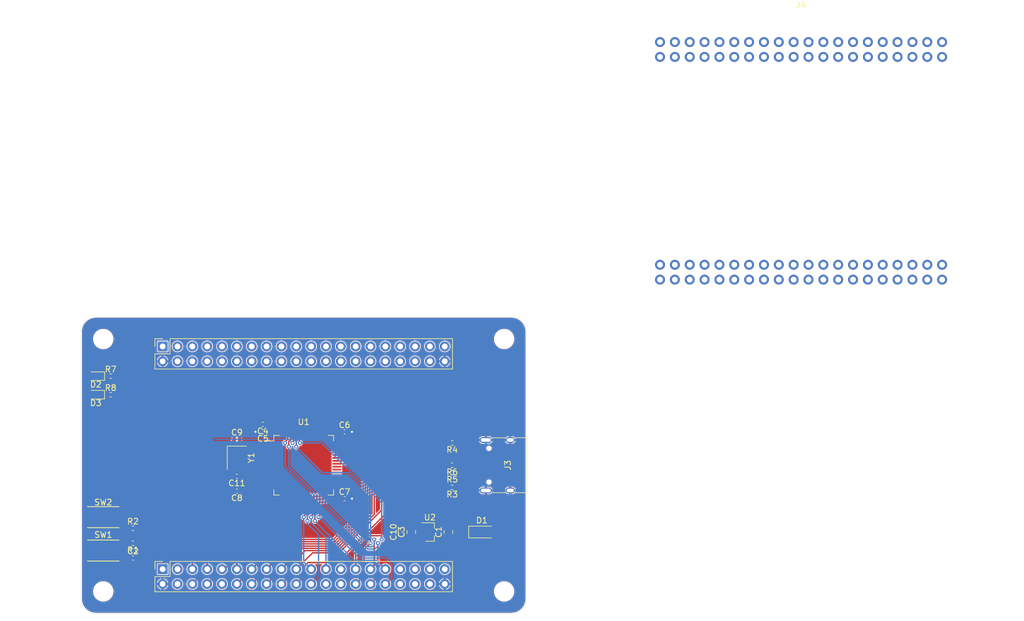
<source format=kicad_pcb>
(kicad_pcb (version 20171130) (host pcbnew 5.1.9+dfsg1-1)
  (layers (0 F.Cu signal) (31 B.Cu signal) (34 B.Paste user) (35 F.Paste user) (36 B.SilkS user) (37 F.SilkS user) (38 B.Mask user) (39 F.Mask user) (44 Edge.Cuts user))
  (net 0 "")
  (net 1 "Net-(J1-Pad4)")
  (net 2 "Net-(J1-Pad3)")
  (net 3 "Net-(J2-Pad38)")
  (net 4 "Net-(J2-Pad37)")
  (net 5 "Net-(J2-Pad36)")
  (net 6 "Net-(J2-Pad35)")
  (net 7 "Net-(J2-Pad34)")
  (net 8 "Net-(J2-Pad33)")
  (net 9 "Net-(J2-Pad32)")
  (net 10 "Net-(J2-Pad31)")
  (net 11 "Net-(J2-Pad30)")
  (net 12 "Net-(J2-Pad29)")
  (net 13 "Net-(J2-Pad28)")
  (net 14 "Net-(J2-Pad27)")
  (net 15 "Net-(J2-Pad26)")
  (net 16 "Net-(J2-Pad25)")
  (net 17 "Net-(J2-Pad24)")
  (net 18 "Net-(J2-Pad23)")
  (net 19 "Net-(J2-Pad22)")
  (net 20 "Net-(J2-Pad21)")
  (net 21 "Net-(J2-Pad20)")
  (net 22 "Net-(J2-Pad19)")
  (net 23 "Net-(J2-Pad18)")
  (net 24 "Net-(J2-Pad17)")
  (net 25 "Net-(J2-Pad16)")
  (net 26 "Net-(J2-Pad15)")
  (net 27 "Net-(J2-Pad14)")
  (net 28 "Net-(J2-Pad13)")
  (net 29 "Net-(J2-Pad12)")
  (net 30 "Net-(J2-Pad11)")
  (net 31 "Net-(J2-Pad10)")
  (net 32 "Net-(J2-Pad9)")
  (net 33 "Net-(J2-Pad8)")
  (net 34 "Net-(J2-Pad7)")
  (net 35 "Net-(J2-Pad6)")
  (net 36 "Net-(J2-Pad5)")
  (net 37 "Net-(J2-Pad4)")
  (net 38 "Net-(J2-Pad3)")
  (net 39 "Net-(J1-Pad38)")
  (net 40 "Net-(J1-Pad37)")
  (net 41 +3V3)
  (net 42 GND)
  (net 43 PB9)
  (net 44 PB8)
  (net 45 BOOT0)
  (net 46 PB7)
  (net 47 PB6)
  (net 48 PB5)
  (net 49 PB4)
  (net 50 PB3)
  (net 51 PD2)
  (net 52 PC12)
  (net 53 PC11)
  (net 54 PC10)
  (net 55 PA15)
  (net 56 PA14)
  (net 57 VCAP_2)
  (net 58 PA13)
  (net 59 PA12)
  (net 60 PA11)
  (net 61 PA10)
  (net 62 PA9)
  (net 63 PA8)
  (net 64 PC9)
  (net 65 PC8)
  (net 66 PC7)
  (net 67 PC6)
  (net 68 PB15)
  (net 69 PB14)
  (net 70 PB13)
  (net 71 PB12)
  (net 72 VCAP_1)
  (net 73 PB11)
  (net 74 PB10)
  (net 75 PB2)
  (net 76 PB1)
  (net 77 PB0)
  (net 78 PC5)
  (net 79 PC4)
  (net 80 PA7)
  (net 81 PA6)
  (net 82 PA5)
  (net 83 PA4)
  (net 84 PA3)
  (net 85 PA2)
  (net 86 PA1)
  (net 87 PA0)
  (net 88 PC3)
  (net 89 PC2)
  (net 90 PC1)
  (net 91 PC0)
  (net 92 NRST)
  (net 93 PC15)
  (net 94 PC14)
  (net 95 PC13)
  (net 96 +5V)
  (net 97 "Net-(C9-Pad1)")
  (net 98 "Net-(C11-Pad1)")
  (net 99 VBUS)
  (net 100 "Net-(D2-Pad1)")
  (net 101 "Net-(D3-Pad1)")
  (net 102 "Net-(J3-PadB8)")
  (net 103 "Net-(J3-PadA5)")
  (net 104 "Net-(J3-PadA7)")
  (net 105 "Net-(J3-PadA6)")
  (net 106 "Net-(J3-PadA8)")
  (net 107 "Net-(J3-PadB5)")
  (net 108 UCC)
  (net 109 "Net-(J4-Pad1)")
  (module stm32world:STM32WORLD_BASE (layer F.Cu) (at 237.49 49.53)
    (fp_text reference J4 (at 0 -26.67) (layer F.SilkS))
    (fp_text value STM32WORLD_BASE)
    (pad "" np_thru_hole circle (at -34.29 -21.59) (size 3.2 3.2) (drill 3.2) (layers *.Cu *.Mask))
    (pad "" np_thru_hole circle (at 34.29 -21.59) (size 3.2 3.2) (drill 3.2) (layers *.Cu *.Mask))
    (pad "" np_thru_hole circle (at 34.29 21.59) (size 3.2 3.2) (drill 3.2) (layers *.Cu *.Mask))
    (pad "" np_thru_hole circle (at -34.29 21.59) (size 3.2 3.2) (drill 3.2) (layers *.Cu *.Mask))
    (pad 80 thru_hole circle (at -24.13 -20.32) (size 1.7 1.7) (drill 1) (layers *.Cu *.Mask))
    (pad 79 thru_hole circle (at -24.13 -17.78) (size 1.7 1.7) (drill 1) (layers *.Cu *.Mask))
    (pad 78 thru_hole circle (at -21.59 -20.32) (size 1.7 1.7) (drill 1) (layers *.Cu *.Mask))
    (pad 77 thru_hole circle (at -21.59 -17.78) (size 1.7 1.7) (drill 1) (layers *.Cu *.Mask))
    (pad 76 thru_hole circle (at -19.05 -20.32) (size 1.7 1.7) (drill 1) (layers *.Cu *.Mask))
    (pad 75 thru_hole circle (at -19.05 -17.78) (size 1.7 1.7) (drill 1) (layers *.Cu *.Mask))
    (pad 74 thru_hole circle (at -16.51 -20.32) (size 1.7 1.7) (drill 1) (layers *.Cu *.Mask))
    (pad 73 thru_hole circle (at -16.51 -17.78) (size 1.7 1.7) (drill 1) (layers *.Cu *.Mask))
    (pad 72 thru_hole circle (at -13.97 -20.32) (size 1.7 1.7) (drill 1) (layers *.Cu *.Mask))
    (pad 71 thru_hole circle (at -13.97 -17.78) (size 1.7 1.7) (drill 1) (layers *.Cu *.Mask))
    (pad 70 thru_hole circle (at -11.43 -20.32) (size 1.7 1.7) (drill 1) (layers *.Cu *.Mask))
    (pad 69 thru_hole circle (at -11.43 -17.78) (size 1.7 1.7) (drill 1) (layers *.Cu *.Mask))
    (pad 68 thru_hole circle (at -8.89 -20.32) (size 1.7 1.7) (drill 1) (layers *.Cu *.Mask))
    (pad 67 thru_hole circle (at -8.89 -17.78) (size 1.7 1.7) (drill 1) (layers *.Cu *.Mask))
    (pad 66 thru_hole circle (at -6.35 -20.32) (size 1.7 1.7) (drill 1) (layers *.Cu *.Mask))
    (pad 65 thru_hole circle (at -6.35 -17.78) (size 1.7 1.7) (drill 1) (layers *.Cu *.Mask))
    (pad 64 thru_hole circle (at -3.81 -20.32) (size 1.7 1.7) (drill 1) (layers *.Cu *.Mask))
    (pad 63 thru_hole circle (at -3.81 -17.78) (size 1.7 1.7) (drill 1) (layers *.Cu *.Mask))
    (pad 62 thru_hole circle (at -1.27 -20.32) (size 1.7 1.7) (drill 1) (layers *.Cu *.Mask))
    (pad 61 thru_hole circle (at -1.27 -17.78) (size 1.7 1.7) (drill 1) (layers *.Cu *.Mask))
    (pad 60 thru_hole circle (at 1.27 -20.32) (size 1.7 1.7) (drill 1) (layers *.Cu *.Mask))
    (pad 59 thru_hole circle (at 1.27 -17.78) (size 1.7 1.7) (drill 1) (layers *.Cu *.Mask))
    (pad 58 thru_hole circle (at 3.81 -20.32) (size 1.7 1.7) (drill 1) (layers *.Cu *.Mask))
    (pad 57 thru_hole circle (at 3.81 -17.78) (size 1.7 1.7) (drill 1) (layers *.Cu *.Mask))
    (pad 56 thru_hole circle (at 6.35 -20.32) (size 1.7 1.7) (drill 1) (layers *.Cu *.Mask))
    (pad 55 thru_hole circle (at 6.35 -17.78) (size 1.7 1.7) (drill 1) (layers *.Cu *.Mask))
    (pad 54 thru_hole circle (at 8.89 -20.32) (size 1.7 1.7) (drill 1) (layers *.Cu *.Mask))
    (pad 53 thru_hole circle (at 8.89 -17.78) (size 1.7 1.7) (drill 1) (layers *.Cu *.Mask))
    (pad 52 thru_hole circle (at 11.43 -20.32) (size 1.7 1.7) (drill 1) (layers *.Cu *.Mask))
    (pad 51 thru_hole circle (at 11.43 -17.78) (size 1.7 1.7) (drill 1) (layers *.Cu *.Mask))
    (pad 50 thru_hole circle (at 13.97 -20.32) (size 1.7 1.7) (drill 1) (layers *.Cu *.Mask))
    (pad 49 thru_hole circle (at 13.97 -17.78) (size 1.7 1.7) (drill 1) (layers *.Cu *.Mask))
    (pad 48 thru_hole circle (at 16.51 -20.32) (size 1.7 1.7) (drill 1) (layers *.Cu *.Mask))
    (pad 47 thru_hole circle (at 16.51 -17.78) (size 1.7 1.7) (drill 1) (layers *.Cu *.Mask))
    (pad 46 thru_hole circle (at 19.05 -20.32) (size 1.7 1.7) (drill 1) (layers *.Cu *.Mask))
    (pad 45 thru_hole circle (at 19.05 -17.78) (size 1.7 1.7) (drill 1) (layers *.Cu *.Mask))
    (pad 44 thru_hole circle (at 21.59 -20.32) (size 1.7 1.7) (drill 1) (layers *.Cu *.Mask))
    (pad 43 thru_hole circle (at 21.59 -17.78) (size 1.7 1.7) (drill 1) (layers *.Cu *.Mask))
    (pad 42 thru_hole circle (at 24.13 -20.32) (size 1.7 1.7) (drill 1) (layers *.Cu *.Mask))
    (pad 41 thru_hole circle (at 24.13 -17.78) (size 1.7 1.7) (drill 1) (layers *.Cu *.Mask))
    (pad 40 thru_hole circle (at 24.13 17.78) (size 1.7 1.7) (drill 1) (layers *.Cu *.Mask))
    (pad 39 thru_hole circle (at 24.13 20.32) (size 1.7 1.7) (drill 1) (layers *.Cu *.Mask))
    (pad 38 thru_hole circle (at 21.59 17.78) (size 1.7 1.7) (drill 1) (layers *.Cu *.Mask))
    (pad 37 thru_hole circle (at 21.59 20.32) (size 1.7 1.7) (drill 1) (layers *.Cu *.Mask))
    (pad 36 thru_hole circle (at 19.05 17.78) (size 1.7 1.7) (drill 1) (layers *.Cu *.Mask))
    (pad 35 thru_hole circle (at 19.05 20.32) (size 1.7 1.7) (drill 1) (layers *.Cu *.Mask))
    (pad 34 thru_hole circle (at 16.51 17.78) (size 1.7 1.7) (drill 1) (layers *.Cu *.Mask))
    (pad 33 thru_hole circle (at 16.51 20.32) (size 1.7 1.7) (drill 1) (layers *.Cu *.Mask))
    (pad 32 thru_hole circle (at 13.97 17.78) (size 1.7 1.7) (drill 1) (layers *.Cu *.Mask))
    (pad 31 thru_hole circle (at 13.97 20.32) (size 1.7 1.7) (drill 1) (layers *.Cu *.Mask))
    (pad 30 thru_hole circle (at 11.43 17.78) (size 1.7 1.7) (drill 1) (layers *.Cu *.Mask))
    (pad 29 thru_hole circle (at 11.43 20.32) (size 1.7 1.7) (drill 1) (layers *.Cu *.Mask))
    (pad 28 thru_hole circle (at 8.89 17.78) (size 1.7 1.7) (drill 1) (layers *.Cu *.Mask))
    (pad 27 thru_hole circle (at 8.89 20.32) (size 1.7 1.7) (drill 1) (layers *.Cu *.Mask))
    (pad 26 thru_hole circle (at 6.35 17.78) (size 1.7 1.7) (drill 1) (layers *.Cu *.Mask))
    (pad 25 thru_hole circle (at 6.35 20.32) (size 1.7 1.7) (drill 1) (layers *.Cu *.Mask))
    (pad 24 thru_hole circle (at 3.81 17.78) (size 1.7 1.7) (drill 1) (layers *.Cu *.Mask))
    (pad 23 thru_hole circle (at 3.81 20.32) (size 1.7 1.7) (drill 1) (layers *.Cu *.Mask))
    (pad 22 thru_hole circle (at 1.27 17.78) (size 1.7 1.7) (drill 1) (layers *.Cu *.Mask))
    (pad 21 thru_hole circle (at 1.27 20.32) (size 1.7 1.7) (drill 1) (layers *.Cu *.Mask))
    (pad 20 thru_hole circle (at -1.27 17.78) (size 1.7 1.7) (drill 1) (layers *.Cu *.Mask))
    (pad 19 thru_hole circle (at -1.27 20.32) (size 1.7 1.7) (drill 1) (layers *.Cu *.Mask))
    (pad 18 thru_hole circle (at -3.81 17.78) (size 1.7 1.7) (drill 1) (layers *.Cu *.Mask))
    (pad 17 thru_hole circle (at -3.81 20.32) (size 1.7 1.7) (drill 1) (layers *.Cu *.Mask))
    (pad 16 thru_hole circle (at -6.35 17.78) (size 1.7 1.7) (drill 1) (layers *.Cu *.Mask))
    (pad 15 thru_hole circle (at -6.35 20.32) (size 1.7 1.7) (drill 1) (layers *.Cu *.Mask))
    (pad 14 thru_hole circle (at -8.89 17.78) (size 1.7 1.7) (drill 1) (layers *.Cu *.Mask))
    (pad 13 thru_hole circle (at -8.89 20.32) (size 1.7 1.7) (drill 1) (layers *.Cu *.Mask))
    (pad 12 thru_hole circle (at -11.43 17.78) (size 1.7 1.7) (drill 1) (layers *.Cu *.Mask))
    (pad 11 thru_hole circle (at -11.43 20.32) (size 1.7 1.7) (drill 1) (layers *.Cu *.Mask))
    (pad 10 thru_hole circle (at -13.97 17.78) (size 1.7 1.7) (drill 1) (layers *.Cu *.Mask))
    (pad 9 thru_hole circle (at -13.97 20.32) (size 1.7 1.7) (drill 1) (layers *.Cu *.Mask))
    (pad 8 thru_hole circle (at -16.51 17.78) (size 1.7 1.7) (drill 1) (layers *.Cu *.Mask))
    (pad 7 thru_hole circle (at -16.51 20.32) (size 1.7 1.7) (drill 1) (layers *.Cu *.Mask))
    (pad 6 thru_hole circle (at -19.05 17.78) (size 1.7 1.7) (drill 1) (layers *.Cu *.Mask))
    (pad 5 thru_hole circle (at -19.05 20.32) (size 1.7 1.7) (drill 1) (layers *.Cu *.Mask))
    (pad 4 thru_hole circle (at -21.59 17.78) (size 1.7 1.7) (drill 1) (layers *.Cu *.Mask))
    (pad 3 thru_hole circle (at -21.59 20.32) (size 1.7 1.7) (drill 1) (layers *.Cu *.Mask))
    (pad 2 thru_hole circle (at -24.13 17.78) (size 1.7 1.7) (drill 1) (layers *.Cu *.Mask))
    (pad 1 thru_hole circle (at -24.13 20.32) (size 1.7 1.7) (drill 1) (layers *.Cu *.Mask) (net 109 "Net-(J4-Pad1)"))
  )
  (module stm32world:PinSocket_2x20_P2.54mm_Vertical_Stackable (layer F.Cu) (at 128.27 81.28 90)
    (fp_text reference J2 hide)
    (fp_text value ~)
    (pad 1 thru_hole rect (at 0 0 90) (size 1.7 1.7) (drill 1) (layers *.Cu *.Mask) (net 41 +3V3))
    (pad 2 thru_hole oval (at -2.54 0 90) (size 1.7 1.7) (drill 1) (layers *.Cu *.Mask) (net 42 GND))
    (pad 3 thru_hole oval (at 0 2.54 90) (size 1.7 1.7) (drill 1) (layers *.Cu *.Mask) (net 38 "Net-(J2-Pad3)"))
    (pad 4 thru_hole oval (at -2.54 2.54 90) (size 1.7 1.7) (drill 1) (layers *.Cu *.Mask) (net 37 "Net-(J2-Pad4)"))
    (pad 5 thru_hole oval (at 0 5.08 90) (size 1.7 1.7) (drill 1) (layers *.Cu *.Mask) (net 36 "Net-(J2-Pad5)"))
    (pad 6 thru_hole oval (at -2.54 5.08 90) (size 1.7 1.7) (drill 1) (layers *.Cu *.Mask) (net 35 "Net-(J2-Pad6)"))
    (pad 7 thru_hole oval (at 0 7.62 90) (size 1.7 1.7) (drill 1) (layers *.Cu *.Mask) (net 34 "Net-(J2-Pad7)"))
    (pad 8 thru_hole oval (at -2.54 7.62 90) (size 1.7 1.7) (drill 1) (layers *.Cu *.Mask) (net 33 "Net-(J2-Pad8)"))
    (pad 9 thru_hole oval (at 0 10.16 90) (size 1.7 1.7) (drill 1) (layers *.Cu *.Mask) (net 32 "Net-(J2-Pad9)"))
    (pad 10 thru_hole oval (at -2.54 10.16 90) (size 1.7 1.7) (drill 1) (layers *.Cu *.Mask) (net 31 "Net-(J2-Pad10)"))
    (pad 11 thru_hole oval (at 0 12.7 90) (size 1.7 1.7) (drill 1) (layers *.Cu *.Mask) (net 30 "Net-(J2-Pad11)"))
    (pad 12 thru_hole oval (at -2.54 12.7 90) (size 1.7 1.7) (drill 1) (layers *.Cu *.Mask) (net 29 "Net-(J2-Pad12)"))
    (pad 13 thru_hole oval (at 0 15.24 90) (size 1.7 1.7) (drill 1) (layers *.Cu *.Mask) (net 28 "Net-(J2-Pad13)"))
    (pad 14 thru_hole oval (at -2.54 15.24 90) (size 1.7 1.7) (drill 1) (layers *.Cu *.Mask) (net 27 "Net-(J2-Pad14)"))
    (pad 15 thru_hole oval (at 0 17.78 90) (size 1.7 1.7) (drill 1) (layers *.Cu *.Mask) (net 26 "Net-(J2-Pad15)"))
    (pad 16 thru_hole oval (at -2.54 17.78 90) (size 1.7 1.7) (drill 1) (layers *.Cu *.Mask) (net 25 "Net-(J2-Pad16)"))
    (pad 17 thru_hole oval (at 0 20.32 90) (size 1.7 1.7) (drill 1) (layers *.Cu *.Mask) (net 24 "Net-(J2-Pad17)"))
    (pad 18 thru_hole oval (at -2.54 20.32 90) (size 1.7 1.7) (drill 1) (layers *.Cu *.Mask) (net 23 "Net-(J2-Pad18)"))
    (pad 19 thru_hole oval (at 0 22.86 90) (size 1.7 1.7) (drill 1) (layers *.Cu *.Mask) (net 22 "Net-(J2-Pad19)"))
    (pad 20 thru_hole oval (at -2.54 22.86 90) (size 1.7 1.7) (drill 1) (layers *.Cu *.Mask) (net 21 "Net-(J2-Pad20)"))
    (pad 21 thru_hole oval (at 0 25.4 90) (size 1.7 1.7) (drill 1) (layers *.Cu *.Mask) (net 20 "Net-(J2-Pad21)"))
    (pad 22 thru_hole oval (at -2.54 25.4 90) (size 1.7 1.7) (drill 1) (layers *.Cu *.Mask) (net 19 "Net-(J2-Pad22)"))
    (pad 23 thru_hole oval (at 0 27.94 90) (size 1.7 1.7) (drill 1) (layers *.Cu *.Mask) (net 18 "Net-(J2-Pad23)"))
    (pad 24 thru_hole oval (at -2.54 27.94 90) (size 1.7 1.7) (drill 1) (layers *.Cu *.Mask) (net 17 "Net-(J2-Pad24)"))
    (pad 25 thru_hole oval (at 0 30.48 90) (size 1.7 1.7) (drill 1) (layers *.Cu *.Mask) (net 16 "Net-(J2-Pad25)"))
    (pad 26 thru_hole oval (at -2.54 30.48 90) (size 1.7 1.7) (drill 1) (layers *.Cu *.Mask) (net 15 "Net-(J2-Pad26)"))
    (pad 27 thru_hole oval (at 0 33.02 90) (size 1.7 1.7) (drill 1) (layers *.Cu *.Mask) (net 14 "Net-(J2-Pad27)"))
    (pad 28 thru_hole oval (at -2.54 33.02 90) (size 1.7 1.7) (drill 1) (layers *.Cu *.Mask) (net 13 "Net-(J2-Pad28)"))
    (pad 29 thru_hole oval (at 0 35.56 90) (size 1.7 1.7) (drill 1) (layers *.Cu *.Mask) (net 12 "Net-(J2-Pad29)"))
    (pad 30 thru_hole oval (at -2.54 35.56 90) (size 1.7 1.7) (drill 1) (layers *.Cu *.Mask) (net 11 "Net-(J2-Pad30)"))
    (pad 31 thru_hole oval (at 0 38.1 90) (size 1.7 1.7) (drill 1) (layers *.Cu *.Mask) (net 10 "Net-(J2-Pad31)"))
    (pad 32 thru_hole oval (at -2.54 38.1 90) (size 1.7 1.7) (drill 1) (layers *.Cu *.Mask) (net 9 "Net-(J2-Pad32)"))
    (pad 33 thru_hole oval (at 0 40.64 90) (size 1.7 1.7) (drill 1) (layers *.Cu *.Mask) (net 8 "Net-(J2-Pad33)"))
    (pad 34 thru_hole oval (at -2.54 40.64 90) (size 1.7 1.7) (drill 1) (layers *.Cu *.Mask) (net 7 "Net-(J2-Pad34)"))
    (pad 35 thru_hole oval (at 0 43.18 90) (size 1.7 1.7) (drill 1) (layers *.Cu *.Mask) (net 6 "Net-(J2-Pad35)"))
    (pad 36 thru_hole oval (at -2.54 43.18 90) (size 1.7 1.7) (drill 1) (layers *.Cu *.Mask) (net 5 "Net-(J2-Pad36)"))
    (pad 37 thru_hole oval (at 0 45.72 90) (size 1.7 1.7) (drill 1) (layers *.Cu *.Mask) (net 4 "Net-(J2-Pad37)"))
    (pad 38 thru_hole oval (at -2.54 45.72 90) (size 1.7 1.7) (drill 1) (layers *.Cu *.Mask) (net 3 "Net-(J2-Pad38)"))
    (pad 39 thru_hole oval (at 0 48.26 90) (size 1.7 1.7) (drill 1) (layers *.Cu *.Mask) (net 41 +3V3))
    (pad 40 thru_hole oval (at -2.54 48.26 90) (size 1.7 1.7) (drill 1) (layers *.Cu *.Mask) (net 42 GND))
  )
  (module stm32world:PinSocket_2x20_P2.54mm_Vertical_Stackable (layer F.Cu) (at 128.27 119.38 90)
    (fp_text reference J1 hide)
    (fp_text value ~)
    (pad 1 thru_hole rect (at 0 0 90) (size 1.7 1.7) (drill 1) (layers *.Cu *.Mask) (net 41 +3V3))
    (pad 2 thru_hole oval (at -2.54 0 90) (size 1.7 1.7) (drill 1) (layers *.Cu *.Mask) (net 42 GND))
    (pad 3 thru_hole oval (at 0 2.54 90) (size 1.7 1.7) (drill 1) (layers *.Cu *.Mask) (net 2 "Net-(J1-Pad3)"))
    (pad 4 thru_hole oval (at -2.54 2.54 90) (size 1.7 1.7) (drill 1) (layers *.Cu *.Mask) (net 1 "Net-(J1-Pad4)"))
    (pad 5 thru_hole oval (at 0 5.08 90) (size 1.7 1.7) (drill 1) (layers *.Cu *.Mask) (net 87 PA0))
    (pad 6 thru_hole oval (at -2.54 5.08 90) (size 1.7 1.7) (drill 1) (layers *.Cu *.Mask) (net 86 PA1))
    (pad 7 thru_hole oval (at 0 7.62 90) (size 1.7 1.7) (drill 1) (layers *.Cu *.Mask) (net 85 PA2))
    (pad 8 thru_hole oval (at -2.54 7.62 90) (size 1.7 1.7) (drill 1) (layers *.Cu *.Mask) (net 84 PA3))
    (pad 9 thru_hole oval (at 0 10.16 90) (size 1.7 1.7) (drill 1) (layers *.Cu *.Mask) (net 83 PA4))
    (pad 10 thru_hole oval (at -2.54 10.16 90) (size 1.7 1.7) (drill 1) (layers *.Cu *.Mask) (net 82 PA5))
    (pad 11 thru_hole oval (at 0 12.7 90) (size 1.7 1.7) (drill 1) (layers *.Cu *.Mask) (net 81 PA6))
    (pad 12 thru_hole oval (at -2.54 12.7 90) (size 1.7 1.7) (drill 1) (layers *.Cu *.Mask) (net 80 PA7))
    (pad 13 thru_hole oval (at 0 15.24 90) (size 1.7 1.7) (drill 1) (layers *.Cu *.Mask) (net 63 PA8))
    (pad 14 thru_hole oval (at -2.54 15.24 90) (size 1.7 1.7) (drill 1) (layers *.Cu *.Mask) (net 62 PA9))
    (pad 15 thru_hole oval (at 0 17.78 90) (size 1.7 1.7) (drill 1) (layers *.Cu *.Mask) (net 61 PA10))
    (pad 16 thru_hole oval (at -2.54 17.78 90) (size 1.7 1.7) (drill 1) (layers *.Cu *.Mask) (net 60 PA11))
    (pad 17 thru_hole oval (at 0 20.32 90) (size 1.7 1.7) (drill 1) (layers *.Cu *.Mask) (net 59 PA12))
    (pad 18 thru_hole oval (at -2.54 20.32 90) (size 1.7 1.7) (drill 1) (layers *.Cu *.Mask) (net 58 PA13))
    (pad 19 thru_hole oval (at 0 22.86 90) (size 1.7 1.7) (drill 1) (layers *.Cu *.Mask) (net 56 PA14))
    (pad 20 thru_hole oval (at -2.54 22.86 90) (size 1.7 1.7) (drill 1) (layers *.Cu *.Mask) (net 55 PA15))
    (pad 21 thru_hole oval (at 0 25.4 90) (size 1.7 1.7) (drill 1) (layers *.Cu *.Mask) (net 77 PB0))
    (pad 22 thru_hole oval (at -2.54 25.4 90) (size 1.7 1.7) (drill 1) (layers *.Cu *.Mask) (net 76 PB1))
    (pad 23 thru_hole oval (at 0 27.94 90) (size 1.7 1.7) (drill 1) (layers *.Cu *.Mask) (net 75 PB2))
    (pad 24 thru_hole oval (at -2.54 27.94 90) (size 1.7 1.7) (drill 1) (layers *.Cu *.Mask) (net 50 PB3))
    (pad 25 thru_hole oval (at 0 30.48 90) (size 1.7 1.7) (drill 1) (layers *.Cu *.Mask) (net 49 PB4))
    (pad 26 thru_hole oval (at -2.54 30.48 90) (size 1.7 1.7) (drill 1) (layers *.Cu *.Mask) (net 48 PB5))
    (pad 27 thru_hole oval (at 0 33.02 90) (size 1.7 1.7) (drill 1) (layers *.Cu *.Mask) (net 47 PB6))
    (pad 28 thru_hole oval (at -2.54 33.02 90) (size 1.7 1.7) (drill 1) (layers *.Cu *.Mask) (net 46 PB7))
    (pad 29 thru_hole oval (at 0 35.56 90) (size 1.7 1.7) (drill 1) (layers *.Cu *.Mask) (net 44 PB8))
    (pad 30 thru_hole oval (at -2.54 35.56 90) (size 1.7 1.7) (drill 1) (layers *.Cu *.Mask) (net 43 PB9))
    (pad 31 thru_hole oval (at 0 38.1 90) (size 1.7 1.7) (drill 1) (layers *.Cu *.Mask) (net 74 PB10))
    (pad 32 thru_hole oval (at -2.54 38.1 90) (size 1.7 1.7) (drill 1) (layers *.Cu *.Mask) (net 73 PB11))
    (pad 33 thru_hole oval (at 0 40.64 90) (size 1.7 1.7) (drill 1) (layers *.Cu *.Mask) (net 71 PB12))
    (pad 34 thru_hole oval (at -2.54 40.64 90) (size 1.7 1.7) (drill 1) (layers *.Cu *.Mask) (net 70 PB13))
    (pad 35 thru_hole oval (at 0 43.18 90) (size 1.7 1.7) (drill 1) (layers *.Cu *.Mask) (net 69 PB14))
    (pad 36 thru_hole oval (at -2.54 43.18 90) (size 1.7 1.7) (drill 1) (layers *.Cu *.Mask) (net 68 PB15))
    (pad 37 thru_hole oval (at 0 45.72 90) (size 1.7 1.7) (drill 1) (layers *.Cu *.Mask) (net 40 "Net-(J1-Pad37)"))
    (pad 38 thru_hole oval (at -2.54 45.72 90) (size 1.7 1.7) (drill 1) (layers *.Cu *.Mask) (net 39 "Net-(J1-Pad38)"))
    (pad 39 thru_hole oval (at 0 48.26 90) (size 1.7 1.7) (drill 1) (layers *.Cu *.Mask) (net 41 +3V3))
    (pad 40 thru_hole oval (at -2.54 48.26 90) (size 1.7 1.7) (drill 1) (layers *.Cu *.Mask) (net 42 GND))
  )
  (module stm32world:TS-1088R-02526 (layer F.Cu) (at 118.11 110.49 180)
    (fp_text reference SW2 (at 0 2.54) (layer F.SilkS))
    (fp_text value ~)
    (pad 2 smd rect (at 2.2 0 180) (size 1.2 2) (layers F.Cu F.Paste F.Mask) (net 41 +3V3))
    (pad 1 smd rect (at -2.2 -0.05 180) (size 1.2 2) (layers F.Cu F.Paste F.Mask) (net 45 BOOT0))
  )
  (module stm32world:TS-1088R-02526 (layer F.Cu) (at 118.11 116.205)
    (fp_text reference SW1 (at 0 -2.7) (layer F.SilkS))
    (fp_text value ~)
    (pad 2 smd rect (at 2.2 0) (size 1.2 2) (layers F.Cu F.Paste F.Mask) (net 92 NRST))
    (pad 1 smd rect (at -2.2 -0.05) (size 1.2 2) (layers F.Cu F.Paste F.Mask) (net 42 GND))
  )
  (module stm32world:USB_C_Receptacle_HRO_TYPE-C-31-M-12 (layer F.Cu) (at 186.69 101.6 90)
    (fp_text reference J3 (at 0 0.635 90) (layer F.SilkS))
    (fp_text value ~)
    (pad B1 smd rect (at 3.25 -4.045 90) (size 0.6 1.45) (layers F.Cu F.Paste F.Mask) (net 42 GND))
    (pad A9 smd rect (at 2.45 -4.045 90) (size 0.6 1.45) (layers F.Cu F.Paste F.Mask) (net 99 VBUS))
    (pad B9 smd rect (at -2.45 -4.045 90) (size 0.6 1.45) (layers F.Cu F.Paste F.Mask) (net 99 VBUS))
    (pad B12 smd rect (at -3.25 -4.045 90) (size 0.6 1.45) (layers F.Cu F.Paste F.Mask) (net 42 GND))
    (pad A1 smd rect (at -3.25 -4.045 90) (size 0.6 1.45) (layers F.Cu F.Paste F.Mask) (net 42 GND))
    (pad A4 smd rect (at -2.45 -4.045 90) (size 0.6 1.45) (layers F.Cu F.Paste F.Mask) (net 99 VBUS))
    (pad B4 smd rect (at 2.45 -4.045 90) (size 0.6 1.45) (layers F.Cu F.Paste F.Mask) (net 99 VBUS))
    (pad A12 smd rect (at 3.25 -4.045 90) (size 0.6 1.45) (layers F.Cu F.Paste F.Mask) (net 42 GND))
    (pad B8 smd rect (at -1.75 -4.045 90) (size 0.3 1.45) (layers F.Cu F.Paste F.Mask) (net 102 "Net-(J3-PadB8)"))
    (pad A5 smd rect (at -1.25 -4.045 90) (size 0.3 1.45) (layers F.Cu F.Paste F.Mask) (net 103 "Net-(J3-PadA5)"))
    (pad B7 smd rect (at -0.75 -4.045 90) (size 0.3 1.45) (layers F.Cu F.Paste F.Mask) (net 104 "Net-(J3-PadA7)"))
    (pad A7 smd rect (at 0.25 -4.045 90) (size 0.3 1.45) (layers F.Cu F.Paste F.Mask) (net 104 "Net-(J3-PadA7)"))
    (pad B6 smd rect (at 0.75 -4.045 90) (size 0.3 1.45) (layers F.Cu F.Paste F.Mask) (net 105 "Net-(J3-PadA6)"))
    (pad A8 smd rect (at 1.25 -4.045 90) (size 0.3 1.45) (layers F.Cu F.Paste F.Mask) (net 106 "Net-(J3-PadA8)"))
    (pad B5 smd rect (at 1.75 -4.045 90) (size 0.3 1.45) (layers F.Cu F.Paste F.Mask) (net 107 "Net-(J3-PadB5)"))
    (pad A6 smd rect (at -0.25 -4.045 90) (size 0.3 1.45) (layers F.Cu F.Paste F.Mask) (net 105 "Net-(J3-PadA6)"))
    (pad S1 thru_hole oval (at 4.32 -3.13 90) (size 1 2.1) (drill oval 0.6 1.7) (layers *.Cu *.Mask) (net 42 GND))
    (pad S1 thru_hole oval (at -4.32 -3.13 90) (size 1 2.1) (drill oval 0.6 1.7) (layers *.Cu *.Mask) (net 42 GND))
    (pad "" np_thru_hole circle (at -2.89 -2.6 90) (size 0.65 0.65) (drill 0.65) (layers *.Cu *.Mask))
    (pad S1 thru_hole oval (at -4.32 1.05 90) (size 1 1.6) (drill oval 0.6 1.2) (layers *.Cu *.Mask) (net 42 GND))
    (pad "" np_thru_hole circle (at 2.89 -2.6 90) (size 0.65 0.65) (drill 0.65) (layers *.Cu *.Mask))
    (pad S1 thru_hole oval (at 4.32 1.05 90) (size 1 1.6) (drill oval 0.6 1.2) (layers *.Cu *.Mask) (net 42 GND))
  )
  (module Crystal:Crystal_SMD_3225-4Pin_3.2x2.5mm (layer F.Cu) (at 140.97 100.33 270)
    (fp_text reference Y1 (at 0 -2.45 90) (layer F.SilkS))
    (fp_text value "16 MHz")
    (pad 4 smd rect (at -1.1 -0.85 270) (size 1.4 1.2) (layers F.Cu F.Paste F.Mask) (net 42 GND))
    (pad 3 smd rect (at 1.1 -0.85 270) (size 1.4 1.2) (layers F.Cu F.Paste F.Mask) (net 98 "Net-(C11-Pad1)"))
    (pad 2 smd rect (at 1.1 0.85 270) (size 1.4 1.2) (layers F.Cu F.Paste F.Mask) (net 42 GND))
    (pad 1 smd rect (at -1.1 0.85 270) (size 1.4 1.2) (layers F.Cu F.Paste F.Mask) (net 97 "Net-(C9-Pad1)"))
  )
  (module Package_TO_SOT_SMD:SOT-23 (layer F.Cu) (at 173.99 113.03)
    (fp_text reference U2 (at 0 -2.5) (layer F.SilkS))
    (fp_text value XC6206P332MR)
    (pad 3 smd rect (at 1 0) (size 0.9 0.8) (layers F.Cu F.Paste F.Mask) (net 96 +5V))
    (pad 2 smd rect (at -1 0.95) (size 0.9 0.8) (layers F.Cu F.Paste F.Mask) (net 41 +3V3))
    (pad 1 smd rect (at -1 -0.95) (size 0.9 0.8) (layers F.Cu F.Paste F.Mask) (net 42 GND))
  )
  (module Resistor_SMD:R_0402_1005Metric (layer F.Cu) (at 119.38 89.535)
    (fp_text reference R8 (at 0 -1.17) (layer F.SilkS))
    (fp_text value 220)
    (pad 2 smd roundrect (at 0.51 0) (size 0.54 0.64) (layers F.Cu F.Paste F.Mask) (net 95 PC13))
    (pad 1 smd roundrect (at -0.51 0) (size 0.54 0.64) (layers F.Cu F.Paste F.Mask) (net 101 "Net-(D3-Pad1)"))
  )
  (module Resistor_SMD:R_0402_1005Metric (layer F.Cu) (at 119.38 86.36)
    (fp_text reference R7 (at 0 -1.17) (layer F.SilkS))
    (fp_text value 220)
    (pad 2 smd roundrect (at 0.51 0) (size 0.54 0.64) (layers F.Cu F.Paste F.Mask) (net 42 GND))
    (pad 1 smd roundrect (at -0.51 0) (size 0.54 0.64) (layers F.Cu F.Paste F.Mask) (net 100 "Net-(D2-Pad1)"))
  )
  (module Resistor_SMD:R_0402_1005Metric (layer F.Cu) (at 177.8 101.6 180)
    (fp_text reference R6 (at 0 -1.17) (layer F.SilkS))
    (fp_text value 22R)
    (pad 2 smd roundrect (at 0.51 0 180) (size 0.54 0.64) (layers F.Cu F.Paste F.Mask) (net 59 PA12))
    (pad 1 smd roundrect (at -0.51 0 180) (size 0.54 0.64) (layers F.Cu F.Paste F.Mask) (net 105 "Net-(J3-PadA6)"))
  )
  (module Resistor_SMD:R_0402_1005Metric (layer F.Cu) (at 177.8 102.87 180)
    (fp_text reference R5 (at 0 -1.17) (layer F.SilkS))
    (fp_text value 22R)
    (pad 2 smd roundrect (at 0.51 0 180) (size 0.54 0.64) (layers F.Cu F.Paste F.Mask) (net 60 PA11))
    (pad 1 smd roundrect (at -0.51 0 180) (size 0.54 0.64) (layers F.Cu F.Paste F.Mask) (net 104 "Net-(J3-PadA7)"))
  )
  (module Resistor_SMD:R_0402_1005Metric (layer F.Cu) (at 177.8 97.79 180)
    (fp_text reference R4 (at 0 -1.17) (layer F.SilkS))
    (fp_text value 5.1k)
    (pad 2 smd roundrect (at 0.51 0 180) (size 0.54 0.64) (layers F.Cu F.Paste F.Mask) (net 108 UCC))
    (pad 1 smd roundrect (at -0.51 0 180) (size 0.54 0.64) (layers F.Cu F.Paste F.Mask) (net 107 "Net-(J3-PadB5)"))
  )
  (module Resistor_SMD:R_0402_1005Metric (layer F.Cu) (at 177.8 105.41 180)
    (fp_text reference R3 (at 0 -1.17) (layer F.SilkS))
    (fp_text value 5.1k)
    (pad 2 smd roundrect (at 0.51 0 180) (size 0.54 0.64) (layers F.Cu F.Paste F.Mask) (net 108 UCC))
    (pad 1 smd roundrect (at -0.51 0 180) (size 0.54 0.64) (layers F.Cu F.Paste F.Mask) (net 103 "Net-(J3-PadA5)"))
  )
  (module Resistor_SMD:R_0402_1005Metric (layer F.Cu) (at 123.19 112.395)
    (fp_text reference R2 (at 0 -1.17) (layer F.SilkS))
    (fp_text value 10k)
    (pad 2 smd roundrect (at 0.51 0) (size 0.54 0.64) (layers F.Cu F.Paste F.Mask) (net 42 GND))
    (pad 1 smd roundrect (at -0.51 0) (size 0.54 0.64) (layers F.Cu F.Paste F.Mask) (net 45 BOOT0))
  )
  (module Resistor_SMD:R_0402_1005Metric (layer F.Cu) (at 123.19 114.935 180)
    (fp_text reference R1 (at 0 -1.17) (layer F.SilkS))
    (fp_text value 10k)
    (pad 2 smd roundrect (at 0.51 0 180) (size 0.54 0.64) (layers F.Cu F.Paste F.Mask) (net 92 NRST))
    (pad 1 smd roundrect (at -0.51 0 180) (size 0.54 0.64) (layers F.Cu F.Paste F.Mask) (net 41 +3V3))
  )
  (module LED_SMD:LED_0603_1608Metric (layer F.Cu) (at 116.84 89.535 180)
    (fp_text reference D3 (at 0 -1.43) (layer F.SilkS))
    (fp_text value BLUE)
    (pad 2 smd roundrect (at 0.7875 0 180) (size 0.875 0.95) (layers F.Cu F.Paste F.Mask) (net 41 +3V3))
    (pad 1 smd roundrect (at -0.7875 0 180) (size 0.875 0.95) (layers F.Cu F.Paste F.Mask) (net 101 "Net-(D3-Pad1)"))
  )
  (module LED_SMD:LED_0603_1608Metric (layer F.Cu) (at 116.84 86.36 180)
    (fp_text reference D2 (at 0 -1.43) (layer F.SilkS))
    (fp_text value GR)
    (pad 2 smd roundrect (at 0.7875 0 180) (size 0.875 0.95) (layers F.Cu F.Paste F.Mask) (net 41 +3V3))
    (pad 1 smd roundrect (at -0.7875 0 180) (size 0.875 0.95) (layers F.Cu F.Paste F.Mask) (net 100 "Net-(D2-Pad1)"))
  )
  (module Diode_SMD:D_SOD-123 (layer F.Cu) (at 182.88 113.03)
    (fp_text reference D1 (at 0 -2) (layer F.SilkS))
    (fp_text value ~)
    (pad 2 smd rect (at 1.65 0) (size 0.9 1.2) (layers F.Cu F.Paste F.Mask) (net 99 VBUS))
    (pad 1 smd rect (at -1.65 0) (size 0.9 1.2) (layers F.Cu F.Paste F.Mask) (net 96 +5V))
  )
  (module Capacitor_SMD:C_0402_1005Metric (layer F.Cu) (at 140.97 103.505 180)
    (fp_text reference C11 (at 0 -1.16) (layer F.SilkS))
    (fp_text value 20pF)
    (pad 2 smd roundrect (at 0.48 0 180) (size 0.56 0.62) (layers F.Cu F.Paste F.Mask) (net 42 GND))
    (pad 1 smd roundrect (at -0.48 0 180) (size 0.56 0.62) (layers F.Cu F.Paste F.Mask) (net 98 "Net-(C11-Pad1)"))
  )
  (module Capacitor_SMD:C_0402_1005Metric (layer F.Cu) (at 168.91 113.03 90)
    (fp_text reference C10 (at 0 -1.16 90) (layer F.SilkS))
    (fp_text value 10nF)
    (pad 2 smd roundrect (at 0.48 0 90) (size 0.56 0.62) (layers F.Cu F.Paste F.Mask) (net 42 GND))
    (pad 1 smd roundrect (at -0.48 0 90) (size 0.56 0.62) (layers F.Cu F.Paste F.Mask) (net 41 +3V3))
  )
  (module Capacitor_SMD:C_0402_1005Metric (layer F.Cu) (at 140.97 97.155)
    (fp_text reference C9 (at 0 -1.16) (layer F.SilkS))
    (fp_text value 20pF)
    (pad 2 smd roundrect (at 0.48 0) (size 0.56 0.62) (layers F.Cu F.Paste F.Mask) (net 42 GND))
    (pad 1 smd roundrect (at -0.48 0) (size 0.56 0.62) (layers F.Cu F.Paste F.Mask) (net 97 "Net-(C9-Pad1)"))
  )
  (module Capacitor_SMD:C_0402_1005Metric (layer F.Cu) (at 140.97 106.045 180)
    (fp_text reference C8 (at 0 -1.16) (layer F.SilkS))
    (fp_text value 100nF)
    (pad 2 smd roundrect (at 0.48 0 180) (size 0.56 0.62) (layers F.Cu F.Paste F.Mask) (net 42 GND))
    (pad 1 smd roundrect (at -0.48 0 180) (size 0.56 0.62) (layers F.Cu F.Paste F.Mask) (net 41 +3V3))
  )
  (module Capacitor_SMD:C_0402_1005Metric (layer F.Cu) (at 159.385 107.315)
    (fp_text reference C7 (at 0 -1.16) (layer F.SilkS))
    (fp_text value 100nF)
    (pad 2 smd roundrect (at 0.48 0) (size 0.56 0.62) (layers F.Cu F.Paste F.Mask) (net 42 GND))
    (pad 1 smd roundrect (at -0.48 0) (size 0.56 0.62) (layers F.Cu F.Paste F.Mask) (net 41 +3V3))
  )
  (module Capacitor_SMD:C_0402_1005Metric (layer F.Cu) (at 159.385 95.885)
    (fp_text reference C6 (at 0 -1.16) (layer F.SilkS))
    (fp_text value 100nF)
    (pad 2 smd roundrect (at 0.48 0) (size 0.56 0.62) (layers F.Cu F.Paste F.Mask) (net 42 GND))
    (pad 1 smd roundrect (at -0.48 0) (size 0.56 0.62) (layers F.Cu F.Paste F.Mask) (net 41 +3V3))
  )
  (module Capacitor_SMD:C_0402_1005Metric (layer F.Cu) (at 145.415 95.885 180)
    (fp_text reference C5 (at 0 -1.16) (layer F.SilkS))
    (fp_text value 100nF)
    (pad 2 smd roundrect (at 0.48 0 180) (size 0.56 0.62) (layers F.Cu F.Paste F.Mask) (net 42 GND))
    (pad 1 smd roundrect (at -0.48 0 180) (size 0.56 0.62) (layers F.Cu F.Paste F.Mask) (net 41 +3V3))
  )
  (module Capacitor_SMD:C_0402_1005Metric (layer F.Cu) (at 145.415 94.615 180)
    (fp_text reference C4 (at 0 -1.16) (layer F.SilkS))
    (fp_text value 1uF)
    (pad 2 smd roundrect (at 0.48 0 180) (size 0.56 0.62) (layers F.Cu F.Paste F.Mask) (net 42 GND))
    (pad 1 smd roundrect (at -0.48 0 180) (size 0.56 0.62) (layers F.Cu F.Paste F.Mask) (net 41 +3V3))
  )
  (module Capacitor_SMD:C_0805_2012Metric (layer F.Cu) (at 170.815 113.03 90)
    (fp_text reference C3 (at 0 -1.68 90) (layer F.SilkS))
    (fp_text value 10uF)
    (pad 2 smd roundrect (at 0.95 0 90) (size 1 1.45) (layers F.Cu F.Paste F.Mask) (net 42 GND))
    (pad 1 smd roundrect (at -0.95 0 90) (size 1 1.45) (layers F.Cu F.Paste F.Mask) (net 41 +3V3))
  )
  (module Capacitor_SMD:C_0402_1005Metric (layer F.Cu) (at 123.19 117.475)
    (fp_text reference C2 (at 0 -1.16) (layer F.SilkS))
    (fp_text value 100nF)
    (pad 2 smd roundrect (at 0.48 0) (size 0.56 0.62) (layers F.Cu F.Paste F.Mask) (net 42 GND))
    (pad 1 smd roundrect (at -0.48 0) (size 0.56 0.62) (layers F.Cu F.Paste F.Mask) (net 92 NRST))
  )
  (module Capacitor_SMD:C_0805_2012Metric (layer F.Cu) (at 177.165 113.03 90)
    (fp_text reference C1 (at 0 -1.68 90) (layer F.SilkS))
    (fp_text value 10uF)
    (pad 2 smd roundrect (at 0.95 0 90) (size 1 1.45) (layers F.Cu F.Paste F.Mask) (net 42 GND))
    (pad 1 smd roundrect (at -0.95 0 90) (size 1 1.45) (layers F.Cu F.Paste F.Mask) (net 96 +5V))
  )
  (module MountingHole:MountingHole_3.2mm_M3 (layer F.Cu) (at 118.11 80.01)
    (fp_text reference H4 hide)
    (fp_text value ~)
    (pad 1 np_thru_hole circle (at 0 0) (size 3.2 3.2) (drill 3.2) (layers *.Cu *.Mask))
  )
  (module MountingHole:MountingHole_3.2mm_M3 (layer F.Cu) (at 186.69 80.01)
    (fp_text reference H3 hide)
    (fp_text value ~)
    (pad 1 np_thru_hole circle (at 0 0) (size 3.2 3.2) (drill 3.2) (layers *.Cu *.Mask))
  )
  (module MountingHole:MountingHole_3.2mm_M3 (layer F.Cu) (at 186.69 123.19)
    (fp_text reference H2 hide)
    (fp_text value ~)
    (pad 1 np_thru_hole circle (at 0 0) (size 3.2 3.2) (drill 3.2) (layers *.Cu *.Mask))
  )
  (module MountingHole:MountingHole_3.2mm_M3 (layer F.Cu) (at 118.11 123.19)
    (fp_text reference H1 hide)
    (fp_text value ~)
    (pad 1 np_thru_hole circle (at 0 0) (size 3.2 3.2) (drill 3.2) (layers *.Cu *.Mask))
  )
  (module Package_QFP:LQFP-64_10x10mm_P0.5mm (layer F.Cu) (at 152.4 101.6)
    (fp_text reference U1 (at 0 -7.4) (layer F.SilkS))
    (fp_text value STM32F405RGTx)
    (pad 64 smd roundrect (at -3.75 -5.675) (size 0.3 1.55) (layers F.Cu F.Paste F.Mask) (net 41 +3V3))
    (pad 63 smd roundrect (at -3.25 -5.675) (size 0.3 1.55) (layers F.Cu F.Paste F.Mask) (net 42 GND))
    (pad 62 smd roundrect (at -2.75 -5.675) (size 0.3 1.55) (layers F.Cu F.Paste F.Mask) (net 43 PB9))
    (pad 61 smd roundrect (at -2.25 -5.675) (size 0.3 1.55) (layers F.Cu F.Paste F.Mask) (net 44 PB8))
    (pad 60 smd roundrect (at -1.75 -5.675) (size 0.3 1.55) (layers F.Cu F.Paste F.Mask) (net 45 BOOT0))
    (pad 59 smd roundrect (at -1.25 -5.675) (size 0.3 1.55) (layers F.Cu F.Paste F.Mask) (net 46 PB7))
    (pad 58 smd roundrect (at -0.75 -5.675) (size 0.3 1.55) (layers F.Cu F.Paste F.Mask) (net 47 PB6))
    (pad 57 smd roundrect (at -0.25 -5.675) (size 0.3 1.55) (layers F.Cu F.Paste F.Mask) (net 48 PB5))
    (pad 56 smd roundrect (at 0.25 -5.675) (size 0.3 1.55) (layers F.Cu F.Paste F.Mask) (net 49 PB4))
    (pad 55 smd roundrect (at 0.75 -5.675) (size 0.3 1.55) (layers F.Cu F.Paste F.Mask) (net 50 PB3))
    (pad 54 smd roundrect (at 1.25 -5.675) (size 0.3 1.55) (layers F.Cu F.Paste F.Mask) (net 51 PD2))
    (pad 53 smd roundrect (at 1.75 -5.675) (size 0.3 1.55) (layers F.Cu F.Paste F.Mask) (net 52 PC12))
    (pad 52 smd roundrect (at 2.25 -5.675) (size 0.3 1.55) (layers F.Cu F.Paste F.Mask) (net 53 PC11))
    (pad 51 smd roundrect (at 2.75 -5.675) (size 0.3 1.55) (layers F.Cu F.Paste F.Mask) (net 54 PC10))
    (pad 50 smd roundrect (at 3.25 -5.675) (size 0.3 1.55) (layers F.Cu F.Paste F.Mask) (net 55 PA15))
    (pad 49 smd roundrect (at 3.75 -5.675) (size 0.3 1.55) (layers F.Cu F.Paste F.Mask) (net 56 PA14))
    (pad 48 smd roundrect (at 5.675 -3.75) (size 1.55 0.3) (layers F.Cu F.Paste F.Mask) (net 41 +3V3))
    (pad 47 smd roundrect (at 5.675 -3.25) (size 1.55 0.3) (layers F.Cu F.Paste F.Mask) (net 57 VCAP_2))
    (pad 46 smd roundrect (at 5.675 -2.75) (size 1.55 0.3) (layers F.Cu F.Paste F.Mask) (net 58 PA13))
    (pad 45 smd roundrect (at 5.675 -2.25) (size 1.55 0.3) (layers F.Cu F.Paste F.Mask) (net 59 PA12))
    (pad 44 smd roundrect (at 5.675 -1.75) (size 1.55 0.3) (layers F.Cu F.Paste F.Mask) (net 60 PA11))
    (pad 43 smd roundrect (at 5.675 -1.25) (size 1.55 0.3) (layers F.Cu F.Paste F.Mask) (net 61 PA10))
    (pad 42 smd roundrect (at 5.675 -0.75) (size 1.55 0.3) (layers F.Cu F.Paste F.Mask) (net 62 PA9))
    (pad 41 smd roundrect (at 5.675 -0.25) (size 1.55 0.3) (layers F.Cu F.Paste F.Mask) (net 63 PA8))
    (pad 40 smd roundrect (at 5.675 0.25) (size 1.55 0.3) (layers F.Cu F.Paste F.Mask) (net 64 PC9))
    (pad 39 smd roundrect (at 5.675 0.75) (size 1.55 0.3) (layers F.Cu F.Paste F.Mask) (net 65 PC8))
    (pad 38 smd roundrect (at 5.675 1.25) (size 1.55 0.3) (layers F.Cu F.Paste F.Mask) (net 66 PC7))
    (pad 37 smd roundrect (at 5.675 1.75) (size 1.55 0.3) (layers F.Cu F.Paste F.Mask) (net 67 PC6))
    (pad 36 smd roundrect (at 5.675 2.25) (size 1.55 0.3) (layers F.Cu F.Paste F.Mask) (net 68 PB15))
    (pad 35 smd roundrect (at 5.675 2.75) (size 1.55 0.3) (layers F.Cu F.Paste F.Mask) (net 69 PB14))
    (pad 34 smd roundrect (at 5.675 3.25) (size 1.55 0.3) (layers F.Cu F.Paste F.Mask) (net 70 PB13))
    (pad 33 smd roundrect (at 5.675 3.75) (size 1.55 0.3) (layers F.Cu F.Paste F.Mask) (net 71 PB12))
    (pad 32 smd roundrect (at 3.75 5.675) (size 0.3 1.55) (layers F.Cu F.Paste F.Mask) (net 41 +3V3))
    (pad 31 smd roundrect (at 3.25 5.675) (size 0.3 1.55) (layers F.Cu F.Paste F.Mask) (net 72 VCAP_1))
    (pad 30 smd roundrect (at 2.75 5.675) (size 0.3 1.55) (layers F.Cu F.Paste F.Mask) (net 73 PB11))
    (pad 29 smd roundrect (at 2.25 5.675) (size 0.3 1.55) (layers F.Cu F.Paste F.Mask) (net 74 PB10))
    (pad 28 smd roundrect (at 1.75 5.675) (size 0.3 1.55) (layers F.Cu F.Paste F.Mask) (net 75 PB2))
    (pad 27 smd roundrect (at 1.25 5.675) (size 0.3 1.55) (layers F.Cu F.Paste F.Mask) (net 76 PB1))
    (pad 26 smd roundrect (at 0.75 5.675) (size 0.3 1.55) (layers F.Cu F.Paste F.Mask) (net 77 PB0))
    (pad 25 smd roundrect (at 0.25 5.675) (size 0.3 1.55) (layers F.Cu F.Paste F.Mask) (net 78 PC5))
    (pad 24 smd roundrect (at -0.25 5.675) (size 0.3 1.55) (layers F.Cu F.Paste F.Mask) (net 79 PC4))
    (pad 23 smd roundrect (at -0.75 5.675) (size 0.3 1.55) (layers F.Cu F.Paste F.Mask) (net 80 PA7))
    (pad 22 smd roundrect (at -1.25 5.675) (size 0.3 1.55) (layers F.Cu F.Paste F.Mask) (net 81 PA6))
    (pad 21 smd roundrect (at -1.75 5.675) (size 0.3 1.55) (layers F.Cu F.Paste F.Mask) (net 82 PA5))
    (pad 20 smd roundrect (at -2.25 5.675) (size 0.3 1.55) (layers F.Cu F.Paste F.Mask) (net 83 PA4))
    (pad 19 smd roundrect (at -2.75 5.675) (size 0.3 1.55) (layers F.Cu F.Paste F.Mask) (net 41 +3V3))
    (pad 18 smd roundrect (at -3.25 5.675) (size 0.3 1.55) (layers F.Cu F.Paste F.Mask) (net 42 GND))
    (pad 17 smd roundrect (at -3.75 5.675) (size 0.3 1.55) (layers F.Cu F.Paste F.Mask) (net 84 PA3))
    (pad 16 smd roundrect (at -5.675 3.75) (size 1.55 0.3) (layers F.Cu F.Paste F.Mask) (net 85 PA2))
    (pad 15 smd roundrect (at -5.675 3.25) (size 1.55 0.3) (layers F.Cu F.Paste F.Mask) (net 86 PA1))
    (pad 14 smd roundrect (at -5.675 2.75) (size 1.55 0.3) (layers F.Cu F.Paste F.Mask) (net 87 PA0))
    (pad 13 smd roundrect (at -5.675 2.25) (size 1.55 0.3) (layers F.Cu F.Paste F.Mask) (net 41 +3V3))
    (pad 12 smd roundrect (at -5.675 1.75) (size 1.55 0.3) (layers F.Cu F.Paste F.Mask) (net 42 GND))
    (pad 11 smd roundrect (at -5.675 1.25) (size 1.55 0.3) (layers F.Cu F.Paste F.Mask) (net 88 PC3))
    (pad 10 smd roundrect (at -5.675 0.75) (size 1.55 0.3) (layers F.Cu F.Paste F.Mask) (net 89 PC2))
    (pad 9 smd roundrect (at -5.675 0.25) (size 1.55 0.3) (layers F.Cu F.Paste F.Mask) (net 90 PC1))
    (pad 8 smd roundrect (at -5.675 -0.25) (size 1.55 0.3) (layers F.Cu F.Paste F.Mask) (net 91 PC0))
    (pad 7 smd roundrect (at -5.675 -0.75) (size 1.55 0.3) (layers F.Cu F.Paste F.Mask) (net 92 NRST))
    (pad 6 smd roundrect (at -5.675 -1.25) (size 1.55 0.3) (layers F.Cu F.Paste F.Mask) (net 98 "Net-(C11-Pad1)"))
    (pad 5 smd roundrect (at -5.675 -1.75) (size 1.55 0.3) (layers F.Cu F.Paste F.Mask) (net 97 "Net-(C9-Pad1)"))
    (pad 4 smd roundrect (at -5.675 -2.25) (size 1.55 0.3) (layers F.Cu F.Paste F.Mask) (net 93 PC15))
    (pad 3 smd roundrect (at -5.675 -2.75) (size 1.55 0.3) (layers F.Cu F.Paste F.Mask) (net 94 PC14))
    (pad 2 smd roundrect (at -5.675 -3.25) (size 1.55 0.3) (layers F.Cu F.Paste F.Mask) (net 95 PC13))
    (pad 1 smd roundrect (at -5.675 -3.75) (size 1.55 0.3) (layers F.Cu F.Paste F.Mask) (net 41 +3V3))
  )
  (gr_arc (start 187.96 124.46) (end 187.96 127) (angle -90) (layer Edge.Cuts) (width 0.05))
  (gr_arc (start 116.84 124.46) (end 114.3 124.46) (angle -90) (layer Edge.Cuts) (width 0.05))
  (gr_arc (start 187.96 78.74) (end 190.5 78.74) (angle -90) (layer Edge.Cuts) (width 0.05))
  (gr_arc (start 116.84 78.74) (end 116.84 76.2) (angle -90) (layer Edge.Cuts) (width 0.05))
  (gr_line (start 114.3 124.46) (end 114.3 78.74) (layer Edge.Cuts) (width 0.05))
  (gr_line (start 187.96 127) (end 116.84 127) (layer Edge.Cuts) (width 0.05))
  (gr_line (start 190.5 78.74) (end 190.5 124.46) (layer Edge.Cuts) (width 0.05))
  (gr_line (start 116.84 76.2) (end 187.96 76.2) (layer Edge.Cuts) (width 0.05))
  (segment (start 158.865 107.275) (end 158.905 107.315) (width 0.2286) (layer F.Cu) (net 41))
  (segment (start 156.15 107.275) (end 158.865 107.275) (width 0.2286) (layer F.Cu) (net 41))
  (segment (start 158.905 97.02) (end 158.075 97.85) (width 0.2286) (layer F.Cu) (net 41))
  (segment (start 158.905 95.885) (end 158.905 97.02) (width 0.2286) (layer F.Cu) (net 41))
  (segment (start 145.895 97.02) (end 146.725 97.85) (width 0.2286) (layer F.Cu) (net 41))
  (segment (start 145.895 95.885) (end 145.895 97.02) (width 0.2286) (layer F.Cu) (net 41))
  (segment (start 148.61 95.885) (end 148.65 95.925) (width 0.2286) (layer F.Cu) (net 41))
  (segment (start 145.895 95.885) (end 148.61 95.885) (width 0.2286) (layer F.Cu) (net 41))
  (segment (start 145.895 94.615) (end 145.895 95.885) (width 0.2286) (layer F.Cu) (net 41))
  (via (at 160.655 95.885) (size 0.7) (drill 0.35) (layers F.Cu B.Cu) (net 42))
  (via (at 160.655 107.315) (size 0.7) (drill 0.35) (layers F.Cu B.Cu) (net 42))
  (via (at 144.145 95.885) (size 0.7) (drill 0.35) (layers F.Cu B.Cu) (net 42))
  (via (at 149.225 97.79) (size 0.7) (drill 0.35) (layers F.Cu B.Cu) (net 43))
  (via (at 165.1 114.935) (size 0.7) (drill 0.35) (layers F.Cu B.Cu) (net 43))
  (segment (start 165.1 120.65) (end 163.83 121.92) (width 0.2286) (layer F.Cu) (net 43))
  (segment (start 165.1 114.935) (end 165.1 120.65) (width 0.2286) (layer F.Cu) (net 43))
  (segment (start 149.225 97.60845) (end 149.225 97.79) (width 0.2286) (layer F.Cu) (net 43))
  (segment (start 149.65 97.18345) (end 149.225 97.60845) (width 0.2286) (layer F.Cu) (net 43))
  (segment (start 149.65 95.925) (end 149.65 97.18345) (width 0.2286) (layer F.Cu) (net 43))
  (segment (start 163.376163 115.932713) (end 164.597261 115.932713) (width 0.2286) (layer B.Cu) (net 43))
  (segment (start 149.225 101.78155) (end 163.376163 115.932713) (width 0.2286) (layer B.Cu) (net 43))
  (segment (start 149.225 97.79) (end 149.225 101.78155) (width 0.2286) (layer B.Cu) (net 43))
  (segment (start 164.597261 115.932713) (end 165.1 115.429974) (width 0.2286) (layer B.Cu) (net 43))
  (segment (start 165.1 115.429974) (end 165.1 114.935) (width 0.2286) (layer B.Cu) (net 43))
  (via (at 149.86 98.425) (size 0.7) (drill 0.35) (layers F.Cu B.Cu) (net 44))
  (via (at 164.465 114.3) (size 0.7) (drill 0.35) (layers F.Cu B.Cu) (net 44))
  (segment (start 164.465 118.745) (end 163.83 119.38) (width 0.2286) (layer F.Cu) (net 44))
  (segment (start 164.465 114.3) (end 164.465 118.745) (width 0.2286) (layer F.Cu) (net 44))
  (segment (start 150.15 95.925) (end 150.15 97.22228) (width 0.2286) (layer F.Cu) (net 44))
  (segment (start 150.15 97.22228) (end 149.86 97.51228) (width 0.2286) (layer F.Cu) (net 44))
  (segment (start 149.86 97.51228) (end 149.86 98.425) (width 0.2286) (layer F.Cu) (net 44))
  (segment (start 149.86 98.425) (end 149.86 101.87772) (width 0.2286) (layer B.Cu) (net 44))
  (segment (start 149.86 101.87772) (end 163.533982 115.551702) (width 0.2286) (layer B.Cu) (net 44))
  (segment (start 163.533982 115.551702) (end 164.126018 115.551702) (width 0.2286) (layer B.Cu) (net 44))
  (segment (start 164.126018 115.551702) (end 164.465 115.21272) (width 0.2286) (layer B.Cu) (net 44))
  (segment (start 164.465 115.21272) (end 164.465 114.3) (width 0.2286) (layer B.Cu) (net 44))
  (segment (start 150.65 95.925) (end 150.65 97.635) (width 0.2286) (layer F.Cu) (net 45))
  (via (at 150.495 97.79) (size 0.7) (drill 0.35) (layers F.Cu B.Cu) (net 45))
  (segment (start 150.65 97.635) (end 150.495 97.79) (width 0.2286) (layer F.Cu) (net 45))
  (segment (start 150.495 97.79) (end 149.86 97.155) (width 0.2286) (layer B.Cu) (net 45))
  (segment (start 149.86 97.155) (end 137.16 97.155) (width 0.2286) (layer B.Cu) (net 45))
  (via (at 151.13 98.425) (size 0.7) (drill 0.35) (layers F.Cu B.Cu) (net 46))
  (via (at 163.83 114.935) (size 0.7) (drill 0.35) (layers F.Cu B.Cu) (net 46))
  (segment (start 162.713299 120.496701) (end 161.29 121.92) (width 0.2286) (layer F.Cu) (net 46))
  (segment (start 162.713299 116.051701) (end 162.713299 120.496701) (width 0.2286) (layer F.Cu) (net 46))
  (segment (start 163.83 114.935) (end 162.713299 116.051701) (width 0.2286) (layer F.Cu) (net 46))
  (segment (start 151.15 95.925) (end 151.13 95.945) (width 0.2286) (layer F.Cu) (net 46))
  (segment (start 151.13 95.945) (end 151.13 98.425) (width 0.2286) (layer F.Cu) (net 46))
  (segment (start 155.575 102.87) (end 151.13 98.425) (width 0.2286) (layer B.Cu) (net 46))
  (segment (start 163.83 106.68) (end 160.02 102.87) (width 0.2286) (layer B.Cu) (net 46))
  (segment (start 160.02 102.87) (end 155.575 102.87) (width 0.2286) (layer B.Cu) (net 46))
  (segment (start 163.83 114.935) (end 163.83 106.68) (width 0.2286) (layer B.Cu) (net 46))
  (via (at 151.765 97.79) (size 0.7) (drill 0.35) (layers F.Cu B.Cu) (net 47))
  (segment (start 151.65 97.675) (end 151.765 97.79) (width 0.2286) (layer F.Cu) (net 47))
  (segment (start 151.65 95.925) (end 151.65 97.675) (width 0.2286) (layer F.Cu) (net 47))
  (via (at 165.735 114.3) (size 0.7) (drill 0.35) (layers F.Cu B.Cu) (net 47))
  (segment (start 163.195 113.665) (end 161.29 115.57) (width 0.2286) (layer F.Cu) (net 47))
  (segment (start 161.29 115.57) (end 161.29 119.38) (width 0.2286) (layer F.Cu) (net 47))
  (segment (start 165.735 113.665) (end 163.195 113.665) (width 0.2286) (layer F.Cu) (net 47))
  (segment (start 165.735 114.3) (end 165.735 113.665) (width 0.2286) (layer F.Cu) (net 47))
  (segment (start 151.765 97.79) (end 155.47883 97.79) (width 0.2286) (layer B.Cu) (net 47))
  (segment (start 155.47883 97.79) (end 165.735 108.04617) (width 0.2286) (layer B.Cu) (net 47))
  (segment (start 165.735 108.04617) (end 165.735 114.3) (width 0.2286) (layer B.Cu) (net 47))
  (segment (start 157.455 93.345) (end 163.195 93.345) (width 0.2286) (layer F.Cu) (net 55))
  (segment (start 163.195 93.345) (end 166.37 96.52) (width 0.2286) (layer F.Cu) (net 55))
  (segment (start 166.37 109.95117) (end 158.057871 118.263299) (width 0.2286) (layer F.Cu) (net 55))
  (segment (start 155.65 95.925) (end 155.65 95.15) (width 0.2286) (layer F.Cu) (net 55))
  (segment (start 155.65 95.15) (end 157.455 93.345) (width 0.2286) (layer F.Cu) (net 55))
  (segment (start 158.057871 118.263299) (end 153.133983 118.263299) (width 0.2286) (layer F.Cu) (net 55))
  (segment (start 153.133983 118.263299) (end 152.246701 119.150581) (width 0.2286) (layer F.Cu) (net 55))
  (segment (start 166.37 96.52) (end 166.37 109.95117) (width 0.2286) (layer F.Cu) (net 55))
  (segment (start 152.246701 119.150581) (end 152.246701 120.803299) (width 0.2286) (layer F.Cu) (net 55))
  (segment (start 152.246701 120.803299) (end 151.13 121.92) (width 0.2286) (layer F.Cu) (net 55))
  (segment (start 158.426914 116.586066) (end 153.923934 116.586066) (width 0.2286) (layer F.Cu) (net 56))
  (segment (start 161.925 93.98) (end 165.735 97.79) (width 0.2286) (layer F.Cu) (net 56))
  (segment (start 156.15 95.925) (end 158.095 93.98) (width 0.2286) (layer F.Cu) (net 56))
  (segment (start 165.735 97.79) (end 165.735 109.27798) (width 0.2286) (layer F.Cu) (net 56))
  (segment (start 165.735 109.27798) (end 158.426914 116.586066) (width 0.2286) (layer F.Cu) (net 56))
  (segment (start 153.923934 116.586066) (end 151.13 119.38) (width 0.2286) (layer F.Cu) (net 56))
  (segment (start 158.095 93.98) (end 161.925 93.98) (width 0.2286) (layer F.Cu) (net 56))
  (segment (start 164.465055 110.009095) (end 158.269095 116.205055) (width 0.2286) (layer F.Cu) (net 58))
  (segment (start 158.075 98.85) (end 160.59915 98.85) (width 0.2286) (layer F.Cu) (net 58))
  (segment (start 160.59915 98.85) (end 164.465055 102.715905) (width 0.2286) (layer F.Cu) (net 58))
  (segment (start 164.465055 102.715905) (end 164.465055 110.009095) (width 0.2286) (layer F.Cu) (net 58))
  (segment (start 149.706701 119.150581) (end 149.706701 120.803299) (width 0.2286) (layer F.Cu) (net 58))
  (segment (start 149.706701 120.803299) (end 148.59 121.92) (width 0.2286) (layer F.Cu) (net 58))
  (segment (start 152.652227 116.205055) (end 149.706701 119.150581) (width 0.2286) (layer F.Cu) (net 58))
  (segment (start 158.269095 116.205055) (end 152.652227 116.205055) (width 0.2286) (layer F.Cu) (net 58))
  (segment (start 158.111276 115.824044) (end 152.145956 115.824044) (width 0.2286) (layer F.Cu) (net 59))
  (segment (start 160.56032 99.35) (end 164.084044 102.873724) (width 0.2286) (layer F.Cu) (net 59))
  (segment (start 164.084044 102.873724) (end 164.084044 109.851276) (width 0.2286) (layer F.Cu) (net 59))
  (segment (start 164.084044 109.851276) (end 158.111276 115.824044) (width 0.2286) (layer F.Cu) (net 59))
  (segment (start 152.145956 115.824044) (end 148.59 119.38) (width 0.2286) (layer F.Cu) (net 59))
  (segment (start 158.075 99.35) (end 160.56032 99.35) (width 0.2286) (layer F.Cu) (net 59))
  (segment (start 147.166701 120.803299) (end 146.05 121.92) (width 0.2286) (layer F.Cu) (net 60))
  (segment (start 158.075 99.85) (end 160.52149 99.85) (width 0.2286) (layer F.Cu) (net 60))
  (segment (start 163.703033 109.693457) (end 157.953457 115.443033) (width 0.2286) (layer F.Cu) (net 60))
  (segment (start 160.52149 99.85) (end 163.703033 103.031543) (width 0.2286) (layer F.Cu) (net 60))
  (segment (start 157.953457 115.443033) (end 150.874249 115.443033) (width 0.2286) (layer F.Cu) (net 60))
  (segment (start 150.874249 115.443033) (end 147.166701 119.150581) (width 0.2286) (layer F.Cu) (net 60))
  (segment (start 163.703033 103.031543) (end 163.703033 109.693457) (width 0.2286) (layer F.Cu) (net 60))
  (segment (start 147.166701 119.150581) (end 147.166701 120.803299) (width 0.2286) (layer F.Cu) (net 60))
  (segment (start 158.075 100.35) (end 160.48266 100.35) (width 0.2286) (layer F.Cu) (net 61))
  (segment (start 163.322022 103.189362) (end 163.322022 109.535638) (width 0.2286) (layer F.Cu) (net 61))
  (segment (start 160.48266 100.35) (end 163.322022 103.189362) (width 0.2286) (layer F.Cu) (net 61))
  (segment (start 150.367978 115.062022) (end 146.05 119.38) (width 0.2286) (layer F.Cu) (net 61))
  (segment (start 163.322022 109.535638) (end 157.795638 115.062022) (width 0.2286) (layer F.Cu) (net 61))
  (segment (start 157.795638 115.062022) (end 150.367978 115.062022) (width 0.2286) (layer F.Cu) (net 61))
  (segment (start 149.096271 114.681011) (end 144.626701 119.150581) (width 0.2286) (layer F.Cu) (net 62))
  (segment (start 144.626701 119.150581) (end 144.626701 120.803299) (width 0.2286) (layer F.Cu) (net 62))
  (segment (start 144.626701 120.803299) (end 143.51 121.92) (width 0.2286) (layer F.Cu) (net 62))
  (segment (start 157.637819 114.681011) (end 149.096271 114.681011) (width 0.2286) (layer F.Cu) (net 62))
  (segment (start 162.941011 109.377819) (end 157.637819 114.681011) (width 0.2286) (layer F.Cu) (net 62))
  (segment (start 162.941011 103.347181) (end 162.941011 109.377819) (width 0.2286) (layer F.Cu) (net 62))
  (segment (start 160.44383 100.85) (end 162.941011 103.347181) (width 0.2286) (layer F.Cu) (net 62))
  (segment (start 158.075 100.85) (end 160.44383 100.85) (width 0.2286) (layer F.Cu) (net 62))
  (segment (start 147.955 114.935) (end 143.51 119.38) (width 0.2286) (layer F.Cu) (net 63))
  (segment (start 148.59 114.3) (end 147.955 114.935) (width 0.2286) (layer F.Cu) (net 63))
  (segment (start 157.48 114.3) (end 148.59 114.3) (width 0.2286) (layer F.Cu) (net 63))
  (segment (start 162.56 109.22) (end 157.48 114.3) (width 0.2286) (layer F.Cu) (net 63))
  (segment (start 162.56 103.505) (end 162.56 109.22) (width 0.2286) (layer F.Cu) (net 63))
  (segment (start 160.405 101.35) (end 162.56 103.505) (width 0.2286) (layer F.Cu) (net 63))
  (segment (start 158.075 101.35) (end 160.405 101.35) (width 0.2286) (layer F.Cu) (net 63))
  (via (at 154.94 110.49) (size 0.7) (drill 0.35) (layers F.Cu B.Cu) (net 73))
  (segment (start 155.15 107.275) (end 155.15 110.28) (width 0.2286) (layer F.Cu) (net 73))
  (segment (start 155.15 110.28) (end 154.94 110.49) (width 0.2286) (layer F.Cu) (net 73))
  (segment (start 154.94 110.49) (end 161.925 117.475) (width 0.2286) (layer B.Cu) (net 73))
  (segment (start 161.925 117.475) (end 166.37 117.475) (width 0.2286) (layer B.Cu) (net 73))
  (segment (start 167.486701 120.803299) (end 166.37 121.92) (width 0.2286) (layer B.Cu) (net 73))
  (segment (start 167.486701 118.591701) (end 167.486701 120.803299) (width 0.2286) (layer B.Cu) (net 73))
  (segment (start 166.37 117.475) (end 167.486701 118.591701) (width 0.2286) (layer B.Cu) (net 73))
  (via (at 154.305 111.125) (size 0.7) (drill 0.35) (layers F.Cu B.Cu) (net 74))
  (segment (start 154.305 110.218298) (end 154.305 111.125) (width 0.2286) (layer F.Cu) (net 74))
  (segment (start 154.65 107.275) (end 154.65 109.873298) (width 0.2286) (layer F.Cu) (net 74))
  (segment (start 154.65 109.873298) (end 154.305 110.218298) (width 0.2286) (layer F.Cu) (net 74))
  (segment (start 154.305 111.125) (end 161.036011 117.856011) (width 0.2286) (layer B.Cu) (net 74))
  (segment (start 161.036011 117.856011) (end 164.846011 117.856011) (width 0.2286) (layer B.Cu) (net 74))
  (segment (start 164.846011 117.856011) (end 166.37 119.38) (width 0.2286) (layer B.Cu) (net 74))
  (via (at 153.67 110.49) (size 0.7) (drill 0.35) (layers F.Cu B.Cu) (net 75))
  (segment (start 153.67 110.49) (end 153.67 111.402718) (width 0.2286) (layer B.Cu) (net 75))
  (segment (start 156.21 113.942718) (end 156.21 119.38) (width 0.2286) (layer B.Cu) (net 75))
  (segment (start 153.67 111.402718) (end 156.21 113.942718) (width 0.2286) (layer B.Cu) (net 75))
  (segment (start 154.15 107.275) (end 154.15 109.82845) (width 0.2286) (layer F.Cu) (net 75))
  (segment (start 154.15 109.82845) (end 153.67 110.30845) (width 0.2286) (layer F.Cu) (net 75))
  (segment (start 153.67 110.30845) (end 153.67 110.49) (width 0.2286) (layer F.Cu) (net 75))
  (via (at 153.035 111.125) (size 0.7) (drill 0.35) (layers F.Cu B.Cu) (net 76))
  (segment (start 153.65 109.59728) (end 153.035 110.21228) (width 0.2286) (layer F.Cu) (net 76))
  (segment (start 153.65 107.275) (end 153.65 109.59728) (width 0.2286) (layer F.Cu) (net 76))
  (segment (start 153.035 110.21228) (end 153.035 111.125) (width 0.2286) (layer F.Cu) (net 76))
  (segment (start 154.94 113.524974) (end 154.94 120.65) (width 0.2286) (layer B.Cu) (net 76))
  (segment (start 153.035 111.125) (end 153.035 111.619974) (width 0.2286) (layer B.Cu) (net 76))
  (segment (start 153.035 111.619974) (end 154.94 113.524974) (width 0.2286) (layer B.Cu) (net 76))
  (segment (start 154.94 120.65) (end 153.67 121.92) (width 0.2286) (layer B.Cu) (net 76))
  (via (at 152.4 110.49) (size 0.7) (drill 0.35) (layers F.Cu B.Cu) (net 77))
  (segment (start 152.4 110.49) (end 152.4 118.11) (width 0.2286) (layer B.Cu) (net 77))
  (segment (start 152.4 118.11) (end 153.67 119.38) (width 0.2286) (layer B.Cu) (net 77))
  (segment (start 153.15 109.55845) (end 152.4 110.30845) (width 0.2286) (layer F.Cu) (net 77))
  (segment (start 153.15 107.275) (end 153.15 109.55845) (width 0.2286) (layer F.Cu) (net 77))
  (segment (start 152.4 110.30845) (end 152.4 110.49) (width 0.2286) (layer F.Cu) (net 77))
  (segment (start 142.086701 120.803299) (end 140.97 121.92) (width 0.2286) (layer F.Cu) (net 80))
  (segment (start 142.086701 119.150581) (end 142.086701 120.803299) (width 0.2286) (layer F.Cu) (net 80))
  (segment (start 151.65 109.587282) (end 142.086701 119.150581) (width 0.2286) (layer F.Cu) (net 80))
  (segment (start 151.65 107.275) (end 151.65 109.587282) (width 0.2286) (layer F.Cu) (net 80))
  (segment (start 140.97 118.23) (end 140.97 119.38) (width 0.2286) (layer F.Cu) (net 81))
  (segment (start 151.15 108.05) (end 140.97 118.23) (width 0.2286) (layer F.Cu) (net 81))
  (segment (start 151.15 107.275) (end 151.15 108.05) (width 0.2286) (layer F.Cu) (net 81))
  (segment (start 138.82 119.38) (end 138.43 119.38) (width 0.2286) (layer F.Cu) (net 83))
  (segment (start 150.15 108.05) (end 138.82 119.38) (width 0.2286) (layer F.Cu) (net 83))
  (segment (start 150.15 107.275) (end 150.15 108.05) (width 0.2286) (layer F.Cu) (net 83))
  (segment (start 137.006701 120.803299) (end 135.89 121.92) (width 0.2286) (layer F.Cu) (net 84))
  (segment (start 137.006701 118.918299) (end 137.006701 120.803299) (width 0.2286) (layer F.Cu) (net 84))
  (segment (start 148.65 107.275) (end 137.006701 118.918299) (width 0.2286) (layer F.Cu) (net 84))
  (segment (start 135.89 116.185) (end 146.725 105.35) (width 0.2286) (layer F.Cu) (net 85))
  (segment (start 135.89 119.38) (end 135.89 116.185) (width 0.2286) (layer F.Cu) (net 85))
  (segment (start 134.466701 120.803299) (end 133.35 121.92) (width 0.2286) (layer F.Cu) (net 86))
  (segment (start 134.466701 116.350045) (end 134.466701 120.803299) (width 0.2286) (layer F.Cu) (net 86))
  (segment (start 145.883456 104.93329) (end 134.466701 116.350045) (width 0.2286) (layer F.Cu) (net 86))
  (segment (start 146.64171 104.93329) (end 145.883456 104.93329) (width 0.2286) (layer F.Cu) (net 86))
  (segment (start 146.725 104.85) (end 146.64171 104.93329) (width 0.2286) (layer F.Cu) (net 86))
  (segment (start 145.927916 104.35) (end 133.35 116.927916) (width 0.2286) (layer F.Cu) (net 87))
  (segment (start 146.725 104.35) (end 145.927916 104.35) (width 0.2286) (layer F.Cu) (net 87))
  (segment (start 133.35 116.927916) (end 133.35 119.38) (width 0.2286) (layer F.Cu) (net 87))
  (segment (start 141.086701 100.196701) (end 140.12 99.23) (width 0.2286) (layer F.Cu) (net 97))
  (segment (start 142.633361 100.196701) (end 141.086701 100.196701) (width 0.2286) (layer F.Cu) (net 97))
  (segment (start 142.980062 99.85) (end 142.633361 100.196701) (width 0.2286) (layer F.Cu) (net 97))
  (segment (start 146.725 99.85) (end 142.980062 99.85) (width 0.2286) (layer F.Cu) (net 97))
  (segment (start 140.12 97.525) (end 140.49 97.155) (width 0.2286) (layer F.Cu) (net 97))
  (segment (start 140.12 99.23) (end 140.12 97.525) (width 0.2286) (layer F.Cu) (net 97))
  (segment (start 141.82 103.135) (end 141.45 103.505) (width 0.2286) (layer F.Cu) (net 98))
  (segment (start 141.82 101.43) (end 141.82 103.135) (width 0.2286) (layer F.Cu) (net 98))
  (segment (start 146.725 100.35) (end 144.165 100.35) (width 0.2286) (layer F.Cu) (net 98))
  (segment (start 143.085 101.43) (end 143.045 101.43) (width 0.2286) (layer F.Cu) (net 98))
  (segment (start 144.165 100.35) (end 143.085 101.43) (width 0.2286) (layer F.Cu) (net 98))
  (segment (start 143.045 101.43) (end 141.82 101.43) (width 0.2286) (layer F.Cu) (net 98))
  (zone (net 42) (net_name GND) (layer F.Cu) (connect_pads (clearance 0.1524)) (min_thickness 0.1524) (fill yes (arc_segments 32) (thermal_gap 0.1524) (thermal_bridge_width 0.3048))
    (polygon (pts (xy 191.135 127.635) (xy 113.665 127.635) (xy 113.665 75.565) (xy 191.135 75.565)))
  )
  (zone (net 42) (net_name GND) (layer B.Cu) (connect_pads (clearance 0.1524)) (min_thickness 0.1524) (fill yes (arc_segments 32) (thermal_gap 0.1524) (thermal_bridge_width 0.3048))
    (polygon (pts (xy 191.77 128.27) (xy 113.03 128.27) (xy 113.03 74.93) (xy 191.77 74.93)))
  )
)
</source>
